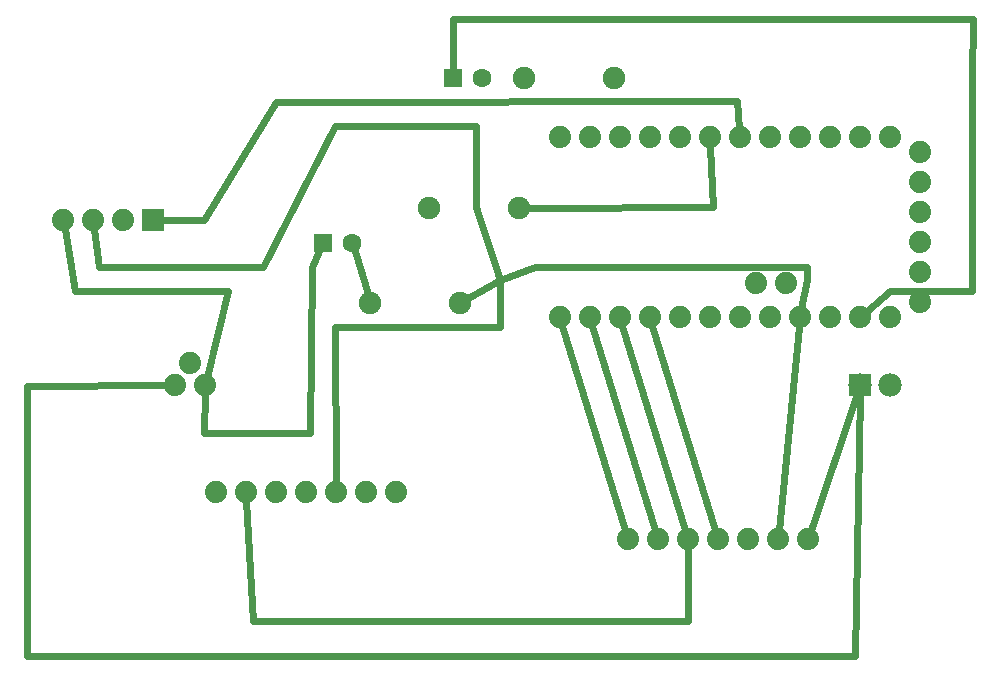
<source format=gbl>
G04 MADE WITH FRITZING*
G04 WWW.FRITZING.ORG*
G04 DOUBLE SIDED*
G04 HOLES PLATED*
G04 CONTOUR ON CENTER OF CONTOUR VECTOR*
%ASAXBY*%
%FSLAX23Y23*%
%MOIN*%
%OFA0B0*%
%SFA1.0B1.0*%
%ADD10C,0.074000*%
%ADD11C,0.078000*%
%ADD12C,0.075000*%
%ADD13C,0.062992*%
%ADD14R,0.078000X0.078000*%
%ADD15R,0.074000X0.074000*%
%ADD16R,0.062992X0.062992*%
%ADD17C,0.024000*%
%LNCOPPER0*%
G90*
G70*
G54D10*
X3058Y1796D03*
X3058Y1896D03*
X3058Y1996D03*
X3058Y2096D03*
X3058Y2196D03*
X3058Y2296D03*
X2958Y1746D03*
X2858Y1746D03*
X2758Y1746D03*
X2658Y1746D03*
X2558Y1746D03*
X2613Y1861D03*
X2513Y1861D03*
X2458Y1746D03*
X2358Y1746D03*
X2258Y1746D03*
X2158Y1746D03*
X2058Y1746D03*
X1958Y1746D03*
X1858Y1746D03*
X1858Y2346D03*
X1958Y2346D03*
X2058Y2346D03*
X2158Y2346D03*
X2258Y2346D03*
X2358Y2346D03*
X2458Y2346D03*
X2558Y2346D03*
X2658Y2346D03*
X2758Y2346D03*
X2858Y2346D03*
X2958Y2346D03*
G54D11*
X2858Y1519D03*
X2958Y1519D03*
G54D10*
X2686Y1007D03*
X2586Y1007D03*
X2486Y1007D03*
X2386Y1007D03*
X2286Y1007D03*
X2186Y1007D03*
X2086Y1007D03*
X502Y2070D03*
X402Y2070D03*
X302Y2070D03*
X202Y2070D03*
X711Y1165D03*
X811Y1165D03*
X911Y1165D03*
X1011Y1165D03*
X1111Y1165D03*
X1211Y1165D03*
X1311Y1165D03*
G54D12*
X1723Y2110D03*
X1423Y2110D03*
X1526Y1795D03*
X1226Y1795D03*
X2038Y2543D03*
X1738Y2543D03*
G54D10*
X575Y1519D03*
X625Y1594D03*
X675Y1519D03*
G54D13*
X1502Y2543D03*
X1600Y2543D03*
X1069Y1992D03*
X1167Y1992D03*
G54D14*
X2858Y1519D03*
G54D15*
X502Y2070D03*
G54D16*
X1502Y2543D03*
X1069Y1992D03*
G54D17*
X2681Y1913D02*
X2684Y1871D01*
D02*
X2056Y1913D02*
X2681Y1913D01*
D02*
X1777Y1913D02*
X2056Y1913D01*
D02*
X1659Y1871D02*
X1777Y1913D01*
D02*
X2684Y1871D02*
X2664Y1777D01*
D02*
X1110Y1714D02*
X1659Y1714D01*
D02*
X1659Y1714D02*
X1659Y1871D01*
D02*
X1111Y1196D02*
X1110Y1714D01*
D02*
X2589Y1038D02*
X2655Y1715D01*
D02*
X2696Y1037D02*
X2849Y1491D01*
D02*
X2167Y1716D02*
X2377Y1037D01*
D02*
X2067Y1716D02*
X2277Y1037D01*
D02*
X2177Y1037D02*
X1967Y1716D01*
D02*
X2077Y1037D02*
X1867Y1716D01*
D02*
X835Y733D02*
X2287Y732D01*
D02*
X2287Y732D02*
X2286Y976D01*
D02*
X813Y1134D02*
X835Y733D01*
D02*
X753Y1834D02*
X681Y1546D01*
D02*
X242Y1834D02*
X753Y1834D01*
D02*
X208Y2040D02*
X242Y1834D01*
D02*
X1027Y1359D02*
X1031Y1913D01*
D02*
X1031Y1913D02*
X1057Y1967D01*
D02*
X674Y1359D02*
X1027Y1359D01*
D02*
X675Y1492D02*
X674Y1359D01*
D02*
X2841Y616D02*
X84Y616D01*
D02*
X84Y616D02*
X84Y1517D01*
D02*
X84Y1517D02*
X548Y1519D01*
D02*
X2858Y1489D02*
X2841Y616D01*
D02*
X2370Y2112D02*
X1752Y2110D01*
D02*
X2360Y2315D02*
X2370Y2112D01*
D02*
X1218Y1822D02*
X1175Y1966D01*
D02*
X1659Y1871D02*
X1551Y1809D01*
D02*
X1580Y2112D02*
X1580Y2384D01*
D02*
X1110Y2384D02*
X869Y1913D01*
D02*
X869Y1913D02*
X321Y1913D01*
D02*
X1580Y2384D02*
X1110Y2384D01*
D02*
X321Y1913D02*
X306Y2040D01*
D02*
X1659Y1871D02*
X1580Y2112D01*
D02*
X674Y2071D02*
X911Y2462D01*
D02*
X911Y2462D02*
X2449Y2466D01*
D02*
X534Y2071D02*
X674Y2071D01*
D02*
X2449Y2466D02*
X2456Y2377D01*
D02*
X1502Y2740D02*
X3236Y2740D01*
D02*
X3236Y2740D02*
X3233Y2540D01*
D02*
X3233Y2540D02*
X3234Y1834D01*
D02*
X3234Y1834D02*
X2959Y1835D01*
D02*
X2959Y1835D02*
X2882Y1767D01*
D02*
X1502Y2570D02*
X1502Y2740D01*
G04 End of Copper0*
M02*
</source>
